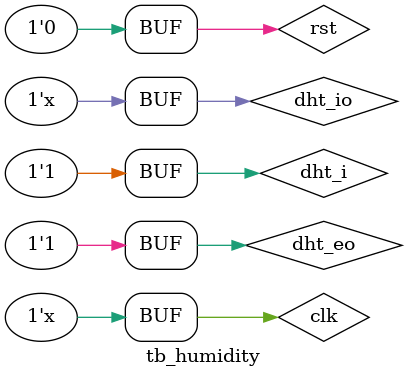
<source format=v>
`timescale 1ns / 1ps


module tb_humidity ();
reg clk, rst, dht_i;
wire dht_io;

reg dht_eo;

assign dht_io = dht_eo ? 1'hz : dht_i;
 

humidity dut(
    .clk(clk),
    .rst(rst),
    .dht_io(dht_io)
    );

always #5 clk = ~clk;

initial begin
    clk = 0;
    // 초기화
    rst = 1;
    dht_eo = 1;
    dht_i = 0;

    #100
    rst = 0;  // 리셋 해제

    // DHT 센서 시뮬레이션 시작
    #1018003000  // 대기 후 응답 시작
    // RESPONSE STATE
    dht_eo = 0;
    dht_i = 0;
    #80000
    
    dht_i = 1;  // DHT 센서 응답 준비 신호
    //READY STATE
    #80000 // 80us Low 신호

    // 데이터 전송 (40비트, 각 비트는 50us Low + 데이터별 High 시간)
    repeat (40) begin
        dht_i = 0;
        // SET STATE
        #50000  // 50us Low 신호
        dht_i = 1;
        // READ STATE
        if ($random % 2)  // 랜덤하게 0 또는 1을 시뮬레이션
            #70000;  // 70us High (1)
        else
            #26000;  // 26us High (0)
    end

    dht_i = 0;  // 전송 완료 후 종료 신호
    #50000
    dht_i = 1;
    #1000
    dht_eo = 1;
    #1000;
end


endmodule

</source>
